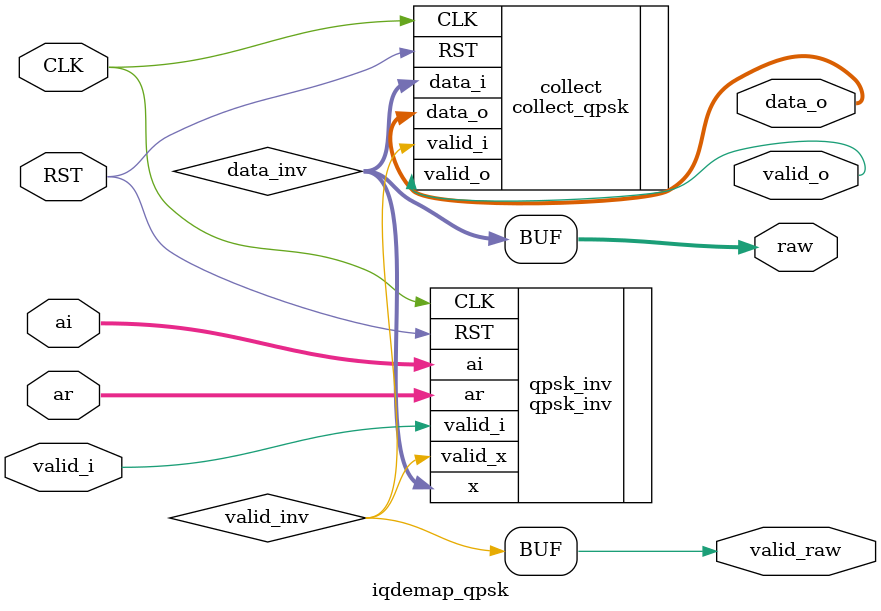
<source format=v>

module iqdemap_qpsk 
  (
   input               CLK,
   input               RST,

   input               valid_i,
   input signed [10:0] ar,
   input signed [10:0] ai,

   output              valid_o,
   output [31:0]       data_o,

   output              valid_raw,
   output [1:0]        raw
   );

    wire [1:0]         data_inv;
    wire               valid_inv;

    qpsk_inv qpsk_inv
      (
       .CLK(CLK),
       .RST(RST),

       .valid_i(valid_i),
       .ar(ar),
       .ai(ai),

       .valid_x(valid_inv),
       .x(data_inv)
       );

    assign valid_raw = valid_inv;
    assign raw = data_inv;

    collect_qpsk collect
      (
       .CLK(CLK),
       .RST(RST),

       .valid_i(valid_inv),
       .data_i(data_inv),

       .valid_o(valid_o),
       .data_o(data_o)
       );

endmodule

// Local Variables:
// compile-command: "cd ../../verilator/comm/iqdemap_qpsk; ./runtest.sh"
// End:

</source>
